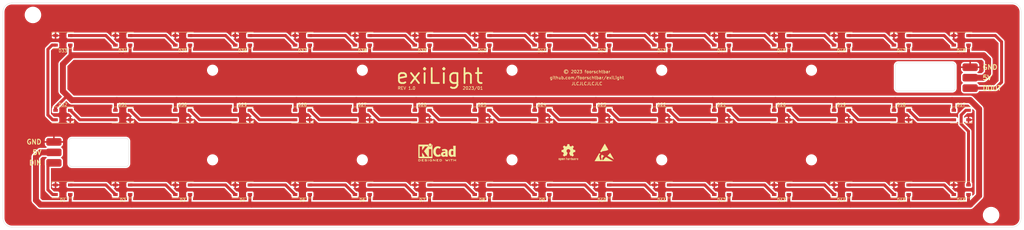
<source format=kicad_pcb>
(kicad_pcb (version 20211014) (generator pcbnew)
  (title_block (title "exiLight") (date "2023-01-22") (rev "1.0"))
  (layers (0 "F.Cu" signal) (31 "B.Cu" signal) (34 "B.Paste" user) (35 "F.Paste" user) (36 "B.SilkS" user "B.Silkscreen") (37 "F.SilkS" user "F.Silkscreen") (38 "B.Mask" user) (39 "F.Mask" user) (44 "Edge.Cuts" user))
  (net 0 "")
  (net 1 "+5V")
  (net 2 "GND")
  (net 3 "DIN")
  (net 4 "Net-(D10-Pad4)")
  (net 5 "Net-(D10-Pad2)")
  (net 6 "DOUT")
  (net 7 "Net-(D1-Pad4)")
  (net 8 "Net-(D2-Pad4)")
  (net 9 "Net-(D3-Pad4)")
  (net 10 "Net-(D4-Pad4)")
  (net 11 "Net-(D5-Pad4)")
  (net 12 "Net-(D6-Pad4)")
  (net 13 "Net-(D7-Pad4)")
  (net 14 "Net-(D8-Pad4)")
  (net 15 "Net-(D11-Pad4)")
  (net 16 "Net-(D12-Pad4)")
  (net 17 "Net-(D13-Pad4)")
  (net 18 "Net-(D14-Pad4)")
  (net 19 "Net-(D15-Pad4)")
  (net 20 "Net-(D16-Pad4)")
  (net 21 "Net-(D17-Pad4)")
  (net 22 "Net-(D18-Pad4)")
  (net 23 "Net-(D19-Pad4)")
  (net 24 "Net-(D20-Pad4)")
  (net 25 "Net-(D21-Pad4)")
  (net 26 "Net-(D22-Pad4)")
  (net 27 "Net-(D23-Pad4)")
  (net 28 "Net-(D24-Pad4)")
  (net 29 "Net-(D25-Pad4)")
  (net 30 "Net-(D26-Pad4)")
  (net 31 "Net-(D27-Pad4)")
  (net 32 "Net-(D28-Pad4)")
  (net 33 "Net-(D29-Pad4)")
  (net 34 "Net-(D30-Pad4)")
  (net 35 "Net-(D31-Pad4)")
  (net 36 "Net-(D32-Pad4)")
  (net 37 "Net-(D33-Pad4)")
  (net 38 "Net-(D34-Pad4)")
  (net 39 "Net-(D35-Pad4)")
  (net 40 "Net-(D36-Pad4)")
  (net 41 "Net-(D37-Pad4)")
  (net 42 "Net-(D38-Pad4)")
  (net 43 "Net-(D39-Pad4)")
  (net 44 "Net-(D40-Pad4)")
  (net 45 "Net-(D41-Pad4)")
  (net 46 "Net-(D42-Pad4)")
  (net 47 "Net-(D43-Pad4)")
  (net 48 "Net-(D44-Pad4)")
  (net 49 "Net-(D45-Pad4)")
  (net 50 "Net-(D46-Pad4)")
  (net 51 "Net-(D47-Pad4)")
  (footprint "LED_SMD:LED_SK6812_PLCC4_5.0x5.0mm_P3.2mm" (layer "F.Cu") (at 143 118 180)
    (fp_text reference "D37")
    (fp_text value "SK6812")
  )
  (footprint "LED_SMD:LED_SK6812_PLCC4_5.0x5.0mm_P3.2mm" (layer "F.Cu") (at 103 143)
    (fp_text reference "D30")
    (fp_text value "SK6812")
  )
  (footprint "LED_SMD:LED_SK6812_PLCC4_5.0x5.0mm_P3.2mm" (layer "F.Cu") (at 163 143)
    (fp_text reference "D27")
    (fp_text value "SK6812")
  )
  (footprint "LED_SMD:LED_SK6812_PLCC4_5.0x5.0mm_P3.2mm" (layer "F.Cu") (at 163 168 180)
    (fp_text reference "D6")
    (fp_text value "SK6812")
  )
  (footprint "MountingHole:MountingHole_4.5mm" (layer "F.Cu") (at 53 109.5)
    (fp_text reference "REF**" hide)
    (fp_text value "MountingHole_4.5mm" hide)
  )
  (footprint "MountingHole:MountingHole_2.7mm_M2.5" (layer "F.Cu") (at 163 158)
    (fp_text reference "REF**6" hide)
    (fp_text value "MountingHole_2.7mm_M2.5" hide)
  )
  (footprint "LED_SMD:LED_SK6812_PLCC4_5.0x5.0mm_P3.2mm" (layer "F.Cu") (at 263 168 180)
    (fp_text reference "D11")
    (fp_text value "SK6812")
  )
  (footprint "LED_SMD:LED_SK6812_PLCC4_5.0x5.0mm_P3.2mm" (layer "F.Cu") (at 263 118 180)
    (fp_text reference "D43")
    (fp_text value "SK6812")
  )
  (footprint "LED_SMD:LED_SK6812_PLCC4_5.0x5.0mm_P3.2mm" (layer "F.Cu") (at 243 168 180)
    (fp_text reference "D10")
    (fp_text value "SK6812")
  )
  (footprint "LED_SMD:LED_SK6812_PLCC4_5.0x5.0mm_P3.2mm" (layer "F.Cu") (at 183 143)
    (fp_text reference "D26")
    (fp_text value "SK6812")
  )
  (footprint "LED_SMD:LED_SK6812_PLCC4_5.0x5.0mm_P3.2mm" (layer "F.Cu") (at 283 168 180)
    (fp_text reference "D12")
    (fp_text value "SK6812")
  )
  (footprint "LED_SMD:LED_SK6812_PLCC4_5.0x5.0mm_P3.2mm" (layer "F.Cu") (at 303 143)
    (fp_text reference "D20")
    (fp_text value "SK6812")
  )
  (footprint "LED_SMD:LED_SK6812_PLCC4_5.0x5.0mm_P3.2mm" (layer "F.Cu") (at 63 143)
    (fp_text reference "D32")
    (fp_text value "SK6812")
  )
  (footprint "Symbol:KiCad-Logo2_5mm_SilkScreen" (layer "F.Cu") (at 187.994383 155.5)
    (fp_text reference "REF**" hide)
    (fp_text value "KiCad-Logo2_5mm_SilkScreen" hide)
  )
  (footprint "" (layer "F.Cu") (at 60 152)
    (fp_text reference "")
    (fp_text value "")
  )
  (footprint "LED_SMD:LED_SK6812_PLCC4_5.0x5.0mm_P3.2mm" (layer "F.Cu") (at 303 118 180)
    (fp_text reference "D45")
    (fp_text value "SK6812")
  )
  (footprint "MountingHole:MountingHole_2.7mm_M2.5" (layer "F.Cu") (at 113 128)
    (fp_text reference "REF**" hide)
    (fp_text value "MountingHole_2.7mm_M2.5" hide)
  )
  (footprint "MountingHole:MountingHole_2.7mm_M2.5" (layer "F.Cu") (at 213 128)
    (fp_text reference "REF**2" hide)
    (fp_text value "MountingHole_2.7mm_M2.5" hide)
  )
  (footprint "LED_SMD:LED_SK6812_PLCC4_5.0x5.0mm_P3.2mm" (layer "F.Cu") (at 123 168 180)
    (fp_text reference "D4")
    (fp_text value "SK6812")
  )
  (footprint "MountingHole:MountingHole_4.5mm" (layer "F.Cu") (at 373 176.5)
    (fp_text reference "REF**" hide)
    (fp_text value "MountingHole_4.5mm" hide)
  )
  (footprint "MountingHole:MountingHole_2.7mm_M2.5" (layer "F.Cu") (at 313 158)
    (fp_text reference "REF**9" hide)
    (fp_text value "MountingHole_2.7mm_M2.5" hide)
  )
  (footprint "LED_SMD:LED_SK6812_PLCC4_5.0x5.0mm_P3.2mm" (layer "F.Cu") (at 103 168 180)
    (fp_text reference "D3")
    (fp_text value "SK6812")
  )
  (footprint "LED_SMD:LED_SK6812_PLCC4_5.0x5.0mm_P3.2mm" (layer "F.Cu") (at 63 118 180)
    (fp_text reference "D33")
    (fp_text value "SK6812")
  )
  (footprint "LED_SMD:LED_SK6812_PLCC4_5.0x5.0mm_P3.2mm" (layer "F.Cu") (at 123 118 180)
    (fp_text reference "D36")
    (fp_text value "SK6812")
  )
  (footprint "LED_SMD:LED_SK6812_PLCC4_5.0x5.0mm_P3.2mm" (layer "F.Cu") (at 303 168 180)
    (fp_text reference "D13")
    (fp_text value "SK6812")
  )
  (footprint "" (layer "F.Cu") (at 60 155.5)
    (fp_text reference "")
    (fp_text value "")
  )
  (footprint "LED_SMD:LED_SK6812_PLCC4_5.0x5.0mm_P3.2mm" (layer "F.Cu") (at 343 143)
    (fp_text reference "D18")
    (fp_text value "SK6812")
  )
  (footprint "LED_SMD:LED_SK6812_PLCC4_5.0x5.0mm_P3.2mm" (layer "F.Cu") (at 63 168 180)
    (fp_text reference "D1")
    (fp_text value "SK6812")
  )
  (footprint "LED_SMD:LED_SK6812_PLCC4_5.0x5.0mm_P3.2mm" (layer "F.Cu") (at 203 143)
    (fp_text reference "D25")
    (fp_text value "SK6812")
  )
  (footprint "LED_SMD:LED_SK6812_PLCC4_5.0x5.0mm_P3.2mm" (layer "F.Cu") (at 223 143)
    (fp_text reference "D24")
    (fp_text value "SK6812")
  )
  (footprint "LED_SMD:LED_SK6812_PLCC4_5.0x5.0mm_P3.2mm" (layer "F.Cu") (at 163 118 180)
    (fp_text reference "D38")
    (fp_text value "SK6812")
  )
  (footprint "MountingHole:MountingHole_2.7mm_M2.5" (layer "F.Cu") (at 263 128)
    (fp_text reference "REF**3" hide)
    (fp_text value "MountingHole_2.7mm_M2.5" hide)
  )
  (footprint "LED_SMD:LED_SK6812_PLCC4_5.0x5.0mm_P3.2mm" (layer "F.Cu") (at 243 143)
    (fp_text reference "D23")
    (fp_text value "SK6812")
  )
  (footprint "MountingHole:MountingHole_2.7mm_M2.5" (layer "F.Cu") (at 263 158)
    (fp_text reference "REF**8" hide)
    (fp_text value "MountingHole_2.7mm_M2.5" hide)
  )
  (footprint "LED_SMD:LED_SK6812_PLCC4_5.0x5.0mm_P3.2mm" (layer "F.Cu") (at 83 168 180)
    (fp_text reference "D2")
    (fp_text value "SK6812")
  )
  (footprint "LED_SMD:LED_SK6812_PLCC4_5.0x5.0mm_P3.2mm" (layer "F.Cu") (at 283 143)
    (fp_text reference "D21")
    (fp_text value "SK6812")
  )
  (footprint "LED_SMD:LED_SK6812_PLCC4_5.0x5.0mm_P3.2mm" (layer "F.Cu") (at 143 143)
    (fp_text reference "D28")
    (fp_text value "SK6812")
  )
  (footprint "" (layer "F.Cu") (at 366 130.5 180)
    (fp_text reference "")
    (fp_text value "")
  )
  (footprint "LED_SMD:LED_SK6812_PLCC4_5.0x5.0mm_P3.2mm" (layer "F.Cu") (at 323 143)
    (fp_text reference "D19")
    (fp_text value "SK6812")
  )
  (footprint "Symbol:ESD-Logo_6.6x6mm_SilkScreen" (layer "F.Cu") (at 243.821428 155.5)
    (fp_text reference "REF**" hide)
    (fp_text value "ESD-Logo_6.6x6mm_SilkScreen" hide)
  )
  (footprint "LED_SMD:LED_SK6812_PLCC4_5.0x5.0mm_P3.2mm" (layer "F.Cu") (at 263 143)
    (fp_text reference "D22")
    (fp_text value "SK6812")
  )
  (footprint "LED_SMD:LED_SK6812_PLCC4_5.0x5.0mm_P3.2mm" (layer "F.Cu") (at 143 168 180)
    (fp_text reference "D5")
    (fp_text value "SK6812")
  )
  (footprint "LED_SMD:LED_SK6812_PLCC4_5.0x5.0mm_P3.2mm" (layer "F.Cu") (at 83 118 180)
    (fp_text reference "D34")
    (fp_text value "SK6812")
  )
  (footprint "MountingHole:MountingHole_2.7mm_M2.5" (layer "F.Cu") (at 113 158)
    (fp_text reference "REF**5" hide)
    (fp_text value "MountingHole_2.7mm_M2.5" hide)
  )
  (footprint "LED_SMD:LED_SK6812_PLCC4_5.0x5.0mm_P3.2mm" (layer "F.Cu") (at 323 118 180)
    (fp_text reference "D46")
    (fp_text value "SK6812")
  )
  (footprint "LED_SMD:LED_SK6812_PLCC4_5.0x5.0mm_P3.2mm" (layer "F.Cu") (at 183 168 180)
    (fp_text reference "D7")
    (fp_text value "SK6812")
  )
  (footprint "LED_SMD:LED_SK6812_PLCC4_5.0x5.0mm_P3.2mm" (layer "F.Cu") (at 203 118 180)
    (fp_text reference "D40")
    (fp_text value "SK6812")
  )
  (footprint "" (layer "F.Cu") (at 60 159)
    (fp_text reference "")
    (fp_text value "")
  )
  (footprint "" (layer "F.Cu") (at 366 134 180)
    (fp_text reference "")
    (fp_text value "")
  )
  (footprint "LED_SMD:LED_SK6812_PLCC4_5.0x5.0mm_P3.2mm" (layer "F.Cu") (at 123 143)
    (fp_text reference "D29")
    (fp_text value "SK6812")
  )
  (footprint "LED_SMD:LED_SK6812_PLCC4_5.0x5.0mm_P3.2mm" (layer "F.Cu") (at 83 143)
    (fp_text reference "D31")
    (fp_text value "SK6812")
  )
  (footprint "MountingHole:MountingHole_2.7mm_M2.5" (layer "F.Cu") (at 213 158)
    (fp_text reference "REF**7" hide)
    (fp_text value "MountingHole_2.7mm_M2.5" hide)
  )
  (footprint "MountingHole:MountingHole_2.7mm_M2.5" (layer "F.Cu") (at 163 128)
    (fp_text reference "REF**1" hide)
    (fp_text value "MountingHole_2.7mm_M2.5" hide)
  )
  (footprint "Symbol:OSHW-Logo2_7.3x6mm_SilkScreen" (layer "F.Cu") (at 231.821428 155.50876)
    (fp_text reference "REF**" hide)
    (fp_text value "OSHW-Logo2_7.3x6mm_SilkScreen" hide)
  )
  (footprint "LED_SMD:LED_SK6812_PLCC4_5.0x5.0mm_P3.2mm" (layer "F.Cu") (at 103 118 180)
    (fp_text reference "D35")
    (fp_text value "SK6812")
  )
  (footprint "LED_SMD:LED_SK6812_PLCC4_5.0x5.0mm_P3.2mm" (layer "F.Cu") (at 223 118 180)
    (fp_text reference "D41")
    (fp_text value "SK6812")
  )
  (footprint "LED_SMD:LED_SK6812_PLCC4_5.0x5.0mm_P3.2mm" (layer "F.Cu") (at 283 118 180)
    (fp_text reference "D44")
    (fp_text value "SK6812")
  )
  (footprint "LED_SMD:LED_SK6812_PLCC4_5.0x5.0mm_P3.2mm" (layer "F.Cu") (at 243 118 180)
    (fp_text reference "D42")
    (fp_text value "SK6812")
  )
  (footprint "LED_SMD:LED_SK6812_PLCC4_5.0x5.0mm_P3.2mm" (layer "F.Cu") (at 203 168 180)
    (fp_text reference "D8")
    (fp_text value "SK6812")
  )
  (footprint "LED_SMD:LED_SK6812_PLCC4_5.0x5.0mm_P3.2mm" (layer "F.Cu") (at 363 118 180)
    (fp_text reference "D48")
    (fp_text value "SK6812")
  )
  (footprint "LED_SMD:LED_SK6812_PLCC4_5.0x5.0mm_P3.2mm" (layer "F.Cu") (at 183 118 180)
    (fp_text reference "D39")
    (fp_text value "SK6812")
  )
  (footprint "LED_SMD:LED_SK6812_PLCC4_5.0x5.0mm_P3.2mm" (layer "F.Cu") (at 323 168 180)
    (fp_text reference "D14")
    (fp_text value "SK6812")
  )
  (footprint "LED_SMD:LED_SK6812_PLCC4_5.0x5.0mm_P3.2mm" (layer "F.Cu") (at 363 143)
    (fp_text reference "D17")
    (fp_text value "SK6812")
  )
  (footprint "MountingHole:MountingHole_2.7mm_M2.5" (layer "F.Cu") (at 313 128)
    (fp_text reference "REF**4" hide)
    (fp_text value "MountingHole_2.7mm_M2.5" hide)
  )
  (footprint "LED_SMD:LED_SK6812_PLCC4_5.0x5.0mm_P3.2mm" (layer "F.Cu") (at 223 168 180)
    (fp_text reference "D9")
    (fp_text value "SK6812")
  )
  (footprint "LED_SMD:LED_SK6812_PLCC4_5.0x5.0mm_P3.2mm" (layer "F.Cu") (at 343 168 180)
    (fp_text reference "D15")
    (fp_text value "SK6812")
  )
  (footprint "" (layer "F.Cu") (at 366 127 180)
    (fp_text reference "")
    (fp_text value "")
  )
  (footprint "LED_SMD:LED_SK6812_PLCC4_5.0x5.0mm_P3.2mm" (layer "F.Cu") (at 363 168 180)
    (fp_text reference "D16")
    (fp_text value "SK6812")
  )
  (footprint "LED_SMD:LED_SK6812_PLCC4_5.0x5.0mm_P3.2mm" (layer "F.Cu") (at 343 118 180)
    (fp_text reference "D47")
    (fp_text value "SK6812")
  )
  (gr_line (start 66 150.75) (end 84 150.75) (layer "Edge.Cuts") (width 0.1))
  (gr_line (start 43 108.5) (end 43 177.5) (layer "Edge.Cuts") (width 0.1))
  (gr_arc (start 341 126.5) (mid 341.292893 125.792893) (end 342 125.5) (layer "Edge.Cuts") (width 0.1))
  (gr_arc (start 360 125.5) (mid 360.707107 125.792893) (end 361 126.5) (layer "Edge.Cuts") (width 0.1))
  (gr_line (start 380 105.5) (end 46 105.5) (layer "Edge.Cuts") (width 0.1))
  (gr_arc (start 84 150.75) (mid 84.707107 151.042893) (end 85 151.75) (layer "Edge.Cuts") (width 0.1))
  (gr_arc (start 66 160.25) (mid 65.292893 159.957107) (end 65 159.25) (layer "Edge.Cuts") (width 0.1))
  (gr_line (start 383 177.5) (end 383 108.5) (layer "Edge.Cuts") (width 0.1))
  (gr_line (start 342 125.5) (end 360 125.5) (layer "Edge.Cuts") (width 0.1))
  (gr_line (start 361 126.5) (end 361 134) (layer "Edge.Cuts") (width 0.1))
  (gr_arc (start 65 151.75) (mid 65.292893 151.042893) (end 66 150.75) (layer "Edge.Cuts") (width 0.1))
  (gr_arc (start 85 159.25) (mid 84.707107 159.957107) (end 84 160.25) (layer "Edge.Cuts") (width 0.1))
  (gr_arc (start 342 135) (mid 341.292893 134.707107) (end 341 134) (layer "Edge.Cuts") (width 0.1))
  (gr_line (start 85 151.75) (end 85 159.25) (layer "Edge.Cuts") (width 0.1))
  (gr_arc (start 361 134) (mid 360.707107 134.707107) (end 360 135) (layer "Edge.Cuts") (width 0.1))
  (gr_arc (start 383 177.5) (mid 382.12132 179.62132) (end 380 180.5) (layer "Edge.Cuts") (width 0.1))
  (gr_line (start 46 180.5) (end 380 180.5) (layer "Edge.Cuts") (width 0.1))
  (gr_line (start 341 134) (end 341 126.5) (layer "Edge.Cuts") (width 0.1))
  (gr_line (start 84 160.25) (end 66 160.25) (layer "Edge.Cuts") (width 0.1))
  (gr_arc (start 43 108.5) (mid 43.87868 106.37868) (end 46 105.5) (layer "Edge.Cuts") (width 0.1))
  (gr_line (start 65 159.25) (end 65 151.75) (layer "Edge.Cuts") (width 0.1))
  (gr_line (start 360 135) (end 342 135) (layer "Edge.Cuts") (width 0.1))
  (gr_arc (start 380 105.5) (mid 382.12132 106.37868) (end 383 108.5) (layer "Edge.Cuts") (width 0.1))
  (gr_arc (start 46 180.5) (mid 43.87868 179.62132) (end 43 177.5) (layer "Edge.Cuts") (width 0.1))
  (gr_text "REV 1.0" (at 177.7875 134) (layer "F.SilkS") (effects (font (size 1 1))))
  (gr_text "GND" (at 56 152) (layer "F.SilkS") (effects (font (size 1.6 1.6) (thickness 0.3)) (justify right)))
  (gr_text "DOUT" (at 370 134) (layer "F.SilkS") (effects (font (size 1.6 1.6) (thickness 0.3)) (justify left)))
  (gr_text "5V" (at 56 155.5) (layer "F.SilkS") (effects (font (size 1.6 1.6) (thickness 0.3)) (justify right)))
  (gr_text "DIN" (at 56 159) (layer "F.SilkS") (effects (font (size 1.6 1.6) (thickness 0.3)) (justify right)))
  (gr_text "exiLight" (at 188.8 130) (layer "F.SilkS") (effects (font (size 5 5) (thickness 0.6))))
  (gr_text "GND" (at 370 127) (layer "F.SilkS") (effects (font (size 1.6 1.6) (thickness 0.3)) (justify left)))
  (gr_text "github.com/foorschtbar/exiLight" (at 238 130.5) (layer "F.SilkS") (effects (font (size 1 1))))
  (gr_text "© 2023 foorschtbar" (at 238 128.5) (layer "F.SilkS") (effects (font (size 1 1))))
  (gr_text "5V" (at 370 130.5) (layer "F.SilkS") (effects (font (size 1.6 1.6) (thickness 0.3)) (justify left)))
  (gr_text "2023/01" (at 203.3875 134) (layer "F.SilkS") (effects (font (size 1 1)) (justify right)))
  (gr_text "JLCJLCJLCJLC" (at 238 132.5) (layer "F.SilkS") (effects (font (size 1 1))))
  (segment (start 265.45 172.45) (end 266 173) (width 1) (layer "F.Cu") (net 1))
  (segment (start 161 138) (end 181 138) (width 2) (layer "F.Cu") (net 1))
  (segment (start 360 138) (end 366 138) (width 2) (layer "F.Cu") (net 1))
  (segment (start 246 173) (end 266 173) (width 2) (layer "F.Cu") (net 1))
  (segment (start 66 138) (end 64.5 136.5) (width 2) (layer "F.Cu") (net 1))
  (segment (start 185 173) (end 206 173) (width 2) (layer "F.Cu") (net 1))
  (segment (start 305.45 169.6) (end 305.45 172.45) (width 1) (layer "F.Cu") (net 1))
  (segment (start 65.45 119.6) (end 65.45 122.45) (width 1) (layer "F.Cu") (net 1))
  (segment (start 200 138) (end 221 138) (width 2) (layer "F.Cu") (net 1))
  (segment (start 300.55 138.45) (end 301 138) (width 1) (layer "F.Cu") (net 1))
  (segment (start 120.55 141.4) (end 120.55 138.45) (width 1) (layer "F.Cu") (net 1))
  (segment (start 220.55 141.4) (end 220.55 138.45) (width 1) (layer "F.Cu") (net 1))
  (segment (start 225.45 122.45) (end 226 123) (width 1) (layer "F.Cu") (net 1))
  (segment (start 85.45 119.6) (end 85.45 122.55) (width 1) (layer "F.Cu") (net 1))
  (segment (start 121 138) (end 141 138) (width 2) (layer "F.Cu") (net 1))
  (segment (start 325.45 169.6) (end 325.45 172.45) (width 1) (layer "F.Cu") (net 1))
  (segment (start 260.55 141.4) (end 260.55 138.55) (width 1) (layer "F.Cu") (net 1))
  (segment (start 306 173) (end 326 173) (width 2) (layer "F.Cu") (net 1))
  (segment (start 125.45 169.6) (end 125.45 172.45) (width 1) (layer "F.Cu") (net 1))
  (segment (start 246 123) (end 266 123) (width 2) (layer "F.Cu") (net 1))
  (segment (start 325.45 172.45) (end 326 173) (width 1) (layer "F.Cu") (net 1))
  (segment (start 245.45 169.6) (end 245.45 172.45) (width 1) (layer "F.Cu") (net 1))
  (segment (start 125.45 119.6) (end 125.45 122.45) (width 1) (layer "F.Cu") (net 1))
  (segment (start 360.55 138.55) (end 360 138) (width 1) (layer "F.Cu") (net 1))
  (segment (start 85.45 169.6) (end 85.45 172.45) (width 1) (layer "F.Cu") (net 1))
  (segment (start 125.45 172.45) (end 126 173) (width 1) (layer "F.Cu") (net 1))
  (segment (start 320.55 138.45) (end 321 138) (width 1) (layer "F.Cu") (net 1))
  (segment (start 186 123) (end 205 123) (width 2) (layer "F.Cu") (net 1))
  (segment (start 370.5 130.5) (end 366 130.5) (width 2) (layer "F.Cu") (net 1))
  (segment (start 120.55 138.45) (end 121 138) (width 1) (layer "F.Cu") (net 1))
  (segment (start 286 173) (end 306 173) (width 2) (layer "F.Cu") (net 1))
  (segment (start 225.45 172.55) (end 225 173) (width 1) (layer "F.Cu") (net 1))
  (segment (start 65 173) (end 55.5 173) (width 2) (layer "F.Cu") (net 1))
  (segment (start 86 173) (end 105 173) (width 2) (layer "F.Cu") (net 1))
  (segment (start 225.45 169.6) (end 225.45 172.55) (width 1) (layer "F.Cu") (net 1))
  (segment (start 105.45 172.55) (end 105 173) (width 1) (layer "F.Cu") (net 1))
  (segment (start 180.55 141.4) (end 180.55 138.45) (width 1) (layer "F.Cu") (net 1))
  (segment (start 369 170) (end 366 173) (width 2) (layer "F.Cu") (net 1))
  (segment (start 80.55 141.4) (end 80.55 138.45) (width 1) (layer "F.Cu") (net 1))
  (segment (start 185.45 122.45) (end 186 123) (width 1) (layer "F.Cu") (net 1))
  (segment (start 180.55 138.45) (end 181 138) (width 1) (layer "F.Cu") (net 1))
  (segment (start 345.45 119.6) (end 345.45 122.45) (width 1) (layer "F.Cu") (net 1))
  (segment (start 345.45 122.45) (end 346 123) (width 1) (layer "F.Cu") (net 1))
  (segment (start 285.45 172.45) (end 286 173) (width 1) (layer "F.Cu") (net 1))
  (segment (start 65 173) (end 86 173) (width 2) (layer "F.Cu") (net 1))
  (segment (start 126 173) (end 145 173) (width 2) (layer "F.Cu") (net 1))
  (segment (start 265.45 169.6) (end 265.45 172.45) (width 1) (layer "F.Cu") (net 1))
  (segment (start 85 123) (end 105 123) (width 2) (layer "F.Cu") (net 1))
  (segment (start 260 138) (end 280 138) (width 2) (layer "F.Cu") (net 1))
  (segment (start 105.45 119.6) (end 105.45 122.55) (width 1) (layer "F.Cu") (net 1))
  (segment (start 220.55 138.45) (end 221 138) (width 1) (layer "F.Cu") (net 1))
  (segment (start 146 123) (end 166 123) (width 2) (layer "F.Cu") (net 1))
  (segment (start 65.45 172.55) (end 65 173) (width 1) (layer "F.Cu") (net 1))
  (segment (start 126 123) (end 146 123) (width 2) (layer "F.Cu") (net 1))
  (segment (start 365.45 169.6) (end 365.45 172.45) (width 1) (layer "F.Cu") (net 1))
  (segment (start 325.45 122.45) (end 326 123) (width 1) (layer "F.Cu") (net 1))
  (segment (start 145.45 172.55) (end 145 173) (width 1) (layer "F.Cu") (net 1))
  (segment (start 64.5 136.5) (end 63 135) (width 2) (layer "F.Cu") (net 1))
  (segment (start 60.55 141.4) (end 60.55 140.45) (width 1) (layer "F.Cu") (net 1))
  (segment (start 300.55 141.4) (end 300.55 138.45) (width 1) (layer "F.Cu") (net 1))
  (segment (start 266 173) (end 286 173) (width 2) (layer "F.Cu") (net 1))
  (segment (start 372 129) (end 370.5 130.5) (width 2) (layer "F.Cu") (net 1))
  (segment (start 365.45 172.45) (end 366 173) (width 1) (layer "F.Cu") (net 1))
  (segment (start 125.45 122.45) (end 126 123) (width 1) (layer "F.Cu") (net 1))
  (segment (start 105 173) (end 126 173) (width 2) (layer "F.Cu") (net 1))
  (segment (start 100.55 141.4) (end 100.55 138.45) (width 1) (layer "F.Cu") (net 1))
  (segment (start 81 138) (end 101 138) (width 2) (layer "F.Cu") (net 1))
  (segment (start 265.45 119.6) (end 265.45 122.45) (width 1) (layer "F.Cu") (net 1))
  (segment (start 60.55 140.45) (end 64.5 136.5) (width 1) (layer "F.Cu") (net 1))
  (segment (start 205.45 122.55) (end 205 123) (width 1) (layer "F.Cu") (net 1))
  (segment (start 326 173) (end 346 173) (width 2) (layer "F.Cu") (net 1))
  (segment (start 320.55 141.4) (end 320.55 138.45) (width 1) (layer "F.Cu") (net 1))
  (segment (start 225.45 119.6) (end 225.45 122.45) (width 1) (layer "F.Cu") (net 1))
  (segment (start 105.45 169.6) (end 105.45 172.55) (width 1) (layer "F.Cu") (net 1))
  (segment (start 85.45 172.45) (end 86 173) (width 1) (layer "F.Cu") (net 1))
  (segment (start 301 138) (end 321 138) (width 2) (layer "F.Cu") (net 1))
  (segment (start 226 123) (end 246 123) (width 2) (layer "F.Cu") (net 1))
  (segment (start 372 124.5) (end 372 129) (width 2) (layer "F.Cu") (net 1))
  (segment (start 305.45 119.6) (end 305.45 122.55) (width 1) (layer "F.Cu") (net 1))
  (segment (start 345.45 169.6) (end 345.45 172.45) (width 1) (layer "F.Cu") (net 1))
  (segment (start 105 123) (end 126 123) (width 2) (layer "F.Cu") (net 1))
  (segment (start 145.45 119.6) (end 145.45 122.45) (width 1) (layer "F.Cu") (net 1))
  (segment (start 166 173) (end 185 173) (width 2) (layer "F.Cu") (net 1))
  (segment (start 365.45 122.95) (end 365.5 123) (width 1) (layer "F.Cu") (net 1))
  (segment (start 145.45 169.6) (end 145.45 172.55) (width 1) (layer "F.Cu") (net 1))
  (segment (start 206 173) (end 225 173) (width 2) (layer "F.Cu") (net 1))
  (segment (start 369 141) (end 369 170) (width 2) (layer "F.Cu") (net 1))
  (segment (start 365.45 119.6) (end 365.45 122.95) (width 1) (layer "F.Cu") (net 1))
  (segment (start 141 138) (end 161 138) (width 2) (layer "F.Cu") (net 1))
  (segment (start 346 123) (end 365.5 123) (width 2) (layer "F.Cu") (net 1))
  (segment (start 305.45 122.55) (end 305 123) (width 1) (layer "F.Cu") (net 1))
  (segment (start 185.45 169.6) (end 185.45 172.55) (width 1) (layer "F.Cu") (net 1))
  (segment (start 365.5 123) (end 370.5 123) (width 2) (layer "F.Cu") (net 1))
  (segment (start 65.45 122.45) (end 66 123) (width 1) (layer "F.Cu") (net 1))
  (segment (start 185.45 119.6) (end 185.45 122.45) (width 1) (layer "F.Cu") (net 1))
  (segment (start 165.45 122.45) (end 166 123) (width 1) (layer "F.Cu") (net 1))
  (segment (start 241 138) (end 260 138) (width 2) (layer "F.Cu") (net 1))
  (segment (start 55.5 155.5) (end 60 155.5) (width 2) (layer "F.Cu") (net 1))
  (segment (start 265.45 122.45) (end 266 123) (width 1) (layer "F.Cu") (net 1))
  (segment (start 325.45 119.6) (end 325.45 122.45) (width 1) (layer "F.Cu") (net 1))
  (segment (start 81 138) (end 66 138) (width 2) (layer "F.Cu") (net 1))
  (segment (start 305.45 172.45) (end 306 173) (width 1) (layer "F.Cu") (net 1))
  (segment (start 245.45 172.45) (end 246 173) (width 1) (layer "F.Cu") (net 1))
  (segment (start 286 123) (end 305 123) (width 2) (layer "F.Cu") (net 1))
  (segment (start 100.55 138.45) (end 101 138) (width 1) (layer "F.Cu") (net 1))
  (segment (start 221 138) (end 241 138) (width 2) (layer "F.Cu") (net 1))
  (segment (start 140.55 138.45) (end 141 138) (width 1) (layer "F.Cu") (net 1))
  (segment (start 185.45 172.55) (end 185 173) (width 1) (layer "F.Cu") (net 1))
  (segment (start 285.45 169.6) (end 285.45 172.45) (width 1) (layer "F.Cu") (net 1))
  (segment (start 65.45 169.6) (end 65.45 172.55) (width 1) (layer "F.Cu") (net 1))
  (segment (start 260.55 138.55) (end 260 138) (width 1) (layer "F.Cu") (net 1))
  (segment (start 280.55 138.55) (end 280 138) (width 1) (layer "F.Cu") (net 1))
  (segment (start 54 171.5) (end 54 157) (width 2) (layer "F.Cu") (net 1))
  (segment (start 105.45 122.55) (end 105 123) (width 1) (layer "F.Cu") (net 1))
  (segment (start 55.5 173) (end 54 171.5) (width 2) (layer "F.Cu") (net 1))
  (segment (start 165.45 119.6) (end 165.45 122.45) (width 1) (layer "F.Cu") (net 1))
  (segment (start 360.55 141.4) (end 360.55 138.55) (width 1) (layer "F.Cu") (net 1))
  (segment (start 341 138) (end 360 138) (width 2) (layer "F.Cu") (net 1))
  (segment (start 80.55 138.45) (end 81 138) (width 1) (layer "F.Cu") (net 1))
  (segment (start 54 157) (end 55.5 155.5) (width 2) (layer "F.Cu") (net 1))
  (segment (start 63 126) (end 66 123) (width 2) (layer "F.Cu") (net 1))
  (segment (start 245.45 119.6) (end 245.45 122.45) (width 1) (layer "F.Cu") (net 1))
  (segment (start 225 173) (end 246 173) (width 2) (layer "F.Cu") (net 1))
  (segment (start 280 138) (end 301 138) (width 2) (layer "F.Cu") (net 1))
  (segment (start 66 123) (end 85 123) (width 2) (layer "F.Cu") (net 1))
  (segment (start 160.55 141.4) (end 160.55 138.45) (width 1) (layer "F.Cu") (net 1))
  (segment (start 205.45 172.45) (end 206 173) (width 1) (layer "F.Cu") (net 1))
  (segment (start 181 138) (end 200 138) (width 2) (layer "F.Cu") (net 1))
  (segment (start 166 123) (end 186 123) (width 2) (layer "F.Cu") (net 1))
  (segment (start 285.45 119.6) (end 285.45 122.45) (width 1) (layer "F.Cu") (net 1))
  (segment (start 85.45 122.55) (end 85 123) (width 1) (layer "F.Cu") (net 1))
  (segment (start 340.55 138.45) (end 341 138) (width 1) (layer "F.Cu") (net 1))
  (segment (start 340.55 141.4) (end 340.55 138.45) (width 1) (layer "F.Cu") (net 1))
  (segment (start 240.55 141.4) (end 240.55 138.45) (width 1) (layer "F.Cu") (net 1))
  (segment (start 200.55 138.55) (end 200 138) (width 1) (layer "F.Cu") (net 1))
  (segment (start 145.45 122.45) (end 146 123) (width 1) (layer "F.Cu") (net 1))
  (segment (start 345.45 172.45) (end 346 173) (width 1) (layer "F.Cu") (net 1))
  (segment (start 160.55 138.45) (end 161 138) (width 1) (layer "F.Cu") (net 1))
  (segment (start 63 135) (end 63 126) (width 2) (layer "F.Cu") (net 1))
  (segment (start 205.45 169.6) (end 205.45 172.45) (width 1) (layer "F.Cu") (net 1))
  (segment (start 321 138) (end 341 138) (width 2) (layer "F.Cu") (net 1))
  (segment (start 240.55 138.45) (end 241 138) (width 1) (layer "F.Cu") (net 1))
  (segment (start 165.45 169.6) (end 165.45 172.45) (width 1) (layer "F.Cu") (net 1))
  (segment (start 266 123) (end 286 123) (width 2) (layer "F.Cu") (net 1))
  (segment (start 370.5 123) (end 372 124.5) (width 2) (layer "F.Cu") (net 1))
  (segment (start 366 173) (end 346 173) (width 2) (layer "F.Cu") (net 1))
  (segment (start 205.45 119.6) (end 205.45 122.55) (width 1) (layer "F.Cu") (net 1))
  (segment (start 101 138) (end 121 138) (width 2) (layer "F.Cu") (net 1))
  (segment (start 305 123) (end 326 123) (width 2) (layer "F.Cu") (net 1))
  (segment (start 140.55 141.4) (end 140.55 138.45) (width 1) (layer "F.Cu") (net 1))
  (segment (start 145 173) (end 166 173) (width 2) (layer "F.Cu") (net 1))
  (segment (start 205 123) (end 226 123) (width 2) (layer "F.Cu") (net 1))
  (segment (start 326 123) (end 346 123) (width 2) (layer "F.Cu") (net 1))
  (segment (start 200.55 141.4) (end 200.55 138.55) (width 1) (layer "F.Cu") (net 1))
  (segment (start 245.45 122.45) (end 246 123) (width 1) (layer "F.Cu") (net 1))
  (segment (start 280.55 141.4) (end 280.55 138.55) (width 1) (layer "F.Cu") (net 1))
  (segment (start 366 138) (end 369 141) (width 2) (layer "F.Cu") (net 1))
  (segment (start 165.45 172.45) (end 166 173) (width 1) (layer "F.Cu") (net 1))
  (segment (start 285.45 122.45) (end 286 123) (width 1) (layer "F.Cu") (net 1))
  (segment (start 60.55 169.6) (end 59.6 169.6) (width 1) (layer "F.Cu") (net 3))
  (segment (start 59 159) (end 60 159) (width 1) (layer "F.Cu") (net 3))
  (segment (start 58 160) (end 59 159) (width 1) (layer "F.Cu") (net 3))
  (segment (start 58 168) (end 58 160) (width 1) (layer "F.Cu") (net 3))
  (segment (start 59.6 169.6) (end 58 168) (width 1) (layer "F.Cu") (net 3))
  (segment (start 257.35 166.4) (end 260.55 169.6) (width 1) (layer "F.Cu") (net 4))
  (segment (start 245.45 166.4) (end 257.35 166.4) (width 1) (layer "F.Cu") (net 4))
  (segment (start 237.35 166.4) (end 240.55 169.6) (width 1) (layer "F.Cu") (net 5))
  (segment (start 225.45 166.4) (end 237.35 166.4) (width 1) (layer "F.Cu") (net 5))
  (segment (start 376.5 118.5) (end 376.5 132) (width 1) (layer "F.Cu") (net 6))
  (segment (start 376.5 132) (end 374.5 134) (width 1) (layer "F.Cu") (net 6))
  (segment (start 374.4 116.4) (end 376.5 118.5) (width 1) (layer "F.Cu") (net 6))
  (segment (start 365.45 116.4) (end 374.4 116.4) (width 1) (layer "F.Cu") (net 6))
  (segment (start 374.5 134) (end 366 134) (width 1) (layer "F.Cu") (net 6))
  (segment (start 77.35 166.4) (end 80.55 169.6) (width 1) (layer "F.Cu") (net 7))
  (segment (start 65.45 166.4) (end 77.35 166.4) (width 1) (layer "F.Cu") (net 7))
  (segment (start 97.35 166.4) (end 100.55 169.6) (width 1) (layer "F.Cu") (net 8))
  (segment (start 85.45 166.4) (end 97.35 166.4) (width 1) (layer "F.Cu") (net 8))
  (segment (start 105.45 166.4) (end 117.35 166.4) (width 1) (layer "F.Cu") (net 9))
  (segment (start 117.35 166.4) (end 120.55 169.6) (width 1) (layer "F.Cu") (net 9))
  (segment (start 125.45 166.4) (end 137.35 166.4) (width 1) (layer "F.Cu") (net 10))
  (segment (start 137.35 166.4) (end 140.55 169.6) (width 1) (layer "F.Cu") (net 10))
  (segment (start 145.45 166.4) (end 157.35 166.4) (width 1) (layer "F.Cu") (net 11))
  (segment (start 157.35 166.4) (end 160.55 169.6) (width 1) (layer "F.Cu") (net 11))
  (segment (start 177.35 166.4) (end 180.55 169.6) (width 1) (layer "F.Cu") (net 12))
  (segment (start 165.45 166.4) (end 177.35 166.4) (width 1) (layer "F.Cu") (net 12))
  (segment (start 197.35 166.4) (end 200.55 169.6) (width 1) (layer "F.Cu") (net 13))
  (segment (start 185.45 166.4) (end 197.35 166.4) (width 1) (layer "F.Cu") (net 13))
  (segment (start 217.35 166.4) (end 220.55 169.6) (width 1) (layer "F.Cu") (net 14))
  (segment (start 205.45 166.4) (end 217.35 166.4) (width 1) (layer "F.Cu") (net 14))
  (segment (start 277.35 166.4) (end 280.55 169.6) (width 1) (layer "F.Cu") (net 15))
  (segment (start 265.45 166.4) (end 277.35 166.4) (width 1) (layer "F.Cu") (net 15))
  (segment (start 297.35 166.4) (end 300.55 169.6) (width 1) (layer "F.Cu") (net 16))
  (segment (start 285.45 166.4) (end 297.35 166.4) (width 1) (layer "F.Cu") (net 16))
  (segment (start 317.35 166.4) (end 320.55 169.6) (width 1) (layer "F.Cu") (net 17))
  (segment (start 305.45 166.4) (end 317.35 166.4) (width 1) (layer "F.Cu") (net 17))
  (segment (start 337.35 166.4) (end 340.55 169.6) (width 1) (layer "F.Cu") (net 18))
  (segment (start 325.45 166.4) (end 337.35 166.4) (width 1) (layer "F.Cu") (net 18))
  (segment (start 357.35 166.4) (end 360.55 169.6) (width 1) (layer "F.Cu") (net 19))
  (segment (start 345.45 166.4) (end 357.35 166.4) (width 1) (layer "F.Cu") (net 19))
  (segment (start 365.45 148.45) (end 363 146) (width 1) (layer "F.Cu") (net 20))
  (segment (start 365.45 166.4) (end 365.45 148.45) (width 1) (layer "F.Cu") (net 20))
  (segment (start 363 143) (end 364.6 141.4) (width 1) (layer "F.Cu") (net 20))
  (segment (start 363 146) (end 363 143) (width 1) (layer "F.Cu") (net 20))
  (segment (start 364.6 141.4) (end 365.45 141.4) (width 1) (layer "F.Cu") (net 20))
  (segment (start 348.65 144.6) (end 345.45 141.4) (width 1) (layer "F.Cu") (net 21))
  (segment (start 360.55 144.6) (end 348.65 144.6) (width 1) (layer "F.Cu") (net 21))
  (segment (start 328.65 144.6) (end 325.45 141.4) (width 1) (layer "F.Cu") (net 22))
  (segment (start 340.55 144.6) (end 328.65 144.6) (width 1) (layer "F.Cu") (net 22))
  (segment (start 320.55 144.6) (end 308.65 144.6) (width 1) (layer "F.Cu") (net 23))
  (segment (start 308.65 144.6) (end 305.45 141.4) (width 1) (layer "F.Cu") (net 23))
  (segment (start 288.65 144.6) (end 285.45 141.4) (width 1) (layer "F.Cu") (net 24))
  (segment (start 300.55 144.6) (end 288.65 144.6) (width 1) (layer "F.Cu") (net 24))
  (segment (start 280.55 144.6) (end 268.65 144.6) (width 1) (layer "F.Cu") (net 25))
  (segment (start 268.65 144.6) (end 265.45 141.4) (width 1) (layer "F.Cu") (net 25))
  (segment (start 248.65 144.6) (end 245.45 141.4) (width 1) (layer "F.Cu") (net 26))
  (segment (start 260.55 144.6) (end 248.65 144.6) (width 1) (layer "F.Cu") (net 26))
  (segment (start 228.65 144.6) (end 225.45 141.4) (width 1) (layer "F.Cu") (net 27))
  (segment (start 240.55 144.6) (end 228.65 144.6) (width 1) (layer "F.Cu") (net 27))
  (segment (start 220.55 144.6) (end 208.65 144.6) (width 1) (layer "F.Cu") (net 28))
  (segment (start 208.65 144.6) (end 205.45 141.4) (width 1) (layer "F.Cu") (net 28))
  (segment (start 200.55 144.6) (end 188.65 144.6) (width 1) (layer "F.Cu") (net 29))
  (segment (start 188.65 144.6) (end 185.45 141.4) (width 1) (layer "F.Cu") (net 29))
  (segment (start 168.65 144.6) (end 165.45 141.4) (width 1) (layer "F.Cu") (net 30))
  (segment (start 180.55 144.6) (end 168.65 144.6) (width 1) (layer "F.Cu") (net 30))
  (segment (start 148.65 144.6) (end 145.45 141.4) (width 1) (layer "F.Cu") (net 31))
  (segment (start 160.55 144.6) (end 148.65 144.6) (width 1) (layer "F.Cu") (net 31))
  (segment (start 128.65 144.6) (end 125.45 141.4) (width 1) (layer "F.Cu") (net 32))
  (segment (start 140.55 144.6) (end 128.65 144.6) (width 1) (layer "F.Cu") (net 32))
  (segment (start 108.65 144.6) (end 105.45 141.4) (width 1) (layer "F.Cu") (net 33))
  (segment (start 120.55 144.6) (end 108.65 144.6) (width 1) (layer "F.Cu") (net 33))
  (segment (start 88.65 144.6) (end 85.45 141.4) (width 1) (layer "F.Cu") (net 34))
  (segment (start 100.55 144.6) (end 88.65 144.6) (width 1) (layer "F.Cu") (net 34))
  (segment (start 68.65 144.6) (end 65.45 141.4) (width 1) (layer "F.Cu") (net 35))
  (segment (start 80.55 144.6) (end 68.65 144.6) (width 1) (layer "F.Cu") (net 35))
  (segment (start 60.55 119.6) (end 59.4 119.6) (width 1) (layer "F.Cu") (net 36))
  (segment (start 59.6 144.6) (end 60.55 144.6) (width 1) (layer "F.Cu") (net 36))
  (segment (start 58 143) (end 59.6 144.6) (width 1) (layer "F.Cu") (net 36))
  (segment (start 59.4 119.6) (end 58 121) (width 1) (layer "F.Cu") (net 36))
  (segment (start 58 121) (end 58 143) (width 1) (layer "F.Cu") (net 36))
  (segment (start 77.35 116.4) (end 80.55 119.6) (width 1) (layer "F.Cu") (net 37))
  (segment (start 65.45 116.4) (end 77.35 116.4) (width 1) (layer "F.Cu") (net 37))
  (segment (start 97.35 116.4) (end 100.55 119.6) (width 1) (layer "F.Cu") (net 38))
  (segment (start 85.45 116.4) (end 97.35 116.4) (width 1) (layer "F.Cu") (net 38))
  (segment (start 105.45 116.4) (end 117.35 116.4) (width 1) (layer "F.Cu") (net 39))
  (segment (start 117.35 116.4) (end 120.55 119.6) (width 1) (layer "F.Cu") (net 39))
  (segment (start 125.45 116.4) (end 137.35 116.4) (width 1) (layer "F.Cu") (net 40))
  (segment (start 137.35 116.4) (end 140.55 119.6) (width 1) (layer "F.Cu") (net 40))
  (segment (start 157.35 116.4) (end 160.55 119.6) (width 1) (layer "F.Cu") (net 41))
  (segment (start 145.45 116.4) (end 157.35 116.4) (width 1) (layer "F.Cu") (net 41))
  (segment (start 177.35 116.4) (end 180.55 119.6) (width 1) (layer "F.Cu") (net 42))
  (segment (start 165.45 116.4) (end 177.35 116.4) (width 1) (layer "F.Cu") (net 42))
  (segment (start 197.35 116.4) (end 200.55 119.6) (width 1) (layer "F.Cu") (net 43))
  (segment (start 185.45 116.4) (end 197.35 116.4) (width 1) (layer "F.Cu") (net 43))
  (segment (start 205.45 116.4) (end 217.35 116.4) (width 1) (layer "F.Cu") (net 44))
  (segment (start 217.35 116.4) (end 220.55 119.6) (width 1) (layer "F.Cu") (net 44))
  (segment (start 225.45 116.4) (end 237.35 116.4) (width 1) (layer "F.Cu") (net 45))
  (segment (start 237.35 116.4) (end 240.55 119.6) (width 1) (layer "F.Cu") (net 45))
  (segment (start 245.45 116.4) (end 257.35 116.4) (width 1) (layer "F.Cu") (net 46))
  (segment (start 257.35 116.4) (end 260.55 119.6) (width 1) (layer "F.Cu") (net 46))
  (segment (start 265.45 116.4) (end 277.35 116.4) (width 1) (layer "F.Cu") (net 47))
  (segment (start 277.35 116.4) (end 280.55 119.6) (width 1) (layer "F.Cu") (net 47))
  (segment (start 297.35 116.4) (end 300.55 119.6) (width 1) (layer "F.Cu") (net 48))
  (segment (start 285.45 116.4) (end 297.35 116.4) (width 1) (layer "F.Cu") (net 48))
  (segment (start 305.45 116.4) (end 317.35 116.4) (width 1) (layer "F.Cu") (net 49))
  (segment (start 317.35 116.4) (end 320.55 119.6) (width 1) (layer "F.Cu") (net 49))
  (segment (start 337.35 116.4) (end 340.55 119.6) (width 1) (layer "F.Cu") (net 50))
  (segment (start 325.45 116.4) (end 337.35 116.4) (width 1) (layer "F.Cu") (net 50))
  (segment (start 345.45 116.4) (end 357.35 116.4) (width 1) (layer "F.Cu") (net 51))
  (segment (start 357.35 116.4) (end 360.55 119.6) (width 1) (layer "F.Cu") (net 51))
  (zone (net 2) (net_name "GND") (layer "F.Cu") (connect_pads (clearance 0.508)) (min_thickness 0.254) (fill yes (thermal_gap 0.508) (thermal_bridge_width 0.508))
    (polygon (pts (xy 384 181.5) (xy 42 181.5) (xy 42 104.5) (xy 384 104.5)))
  )
)
</source>
